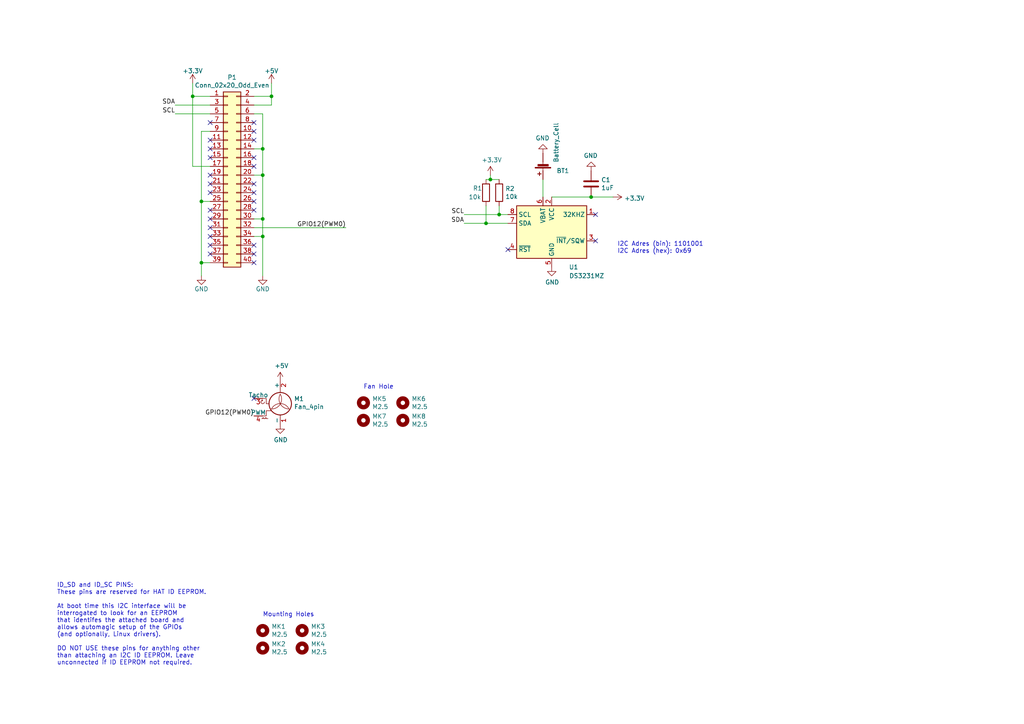
<source format=kicad_sch>
(kicad_sch (version 20230121) (generator eeschema)
  (paper "A4")
  (title_block (date "2020-10-30") (rev "1"))
  (lib_symbols
    (symbol "Connector_Generic:Conn_02x20_Odd_Even" (pin_names (offset 1.016) hide)
      (property "Reference" "J" (at 1.27 25.4 0))
      (property "Value" "Conn_02x20_Odd_Even" (at 1.27 -27.94 0))
      (symbol "Conn_02x20_Odd_Even_1_1"
        (rectangle (start -1.27 -25.273) (end 0 -25.527) (stroke (width 0.1524)))
        (rectangle (start -1.27 -22.733) (end 0 -22.987) (stroke (width 0.1524)))
        (rectangle (start -1.27 -20.193) (end 0 -20.447) (stroke (width 0.1524)))
        (rectangle (start -1.27 -17.653) (end 0 -17.907) (stroke (width 0.1524)))
        (rectangle (start -1.27 -15.113) (end 0 -15.367) (stroke (width 0.1524)))
        (rectangle (start -1.27 -12.573) (end 0 -12.827) (stroke (width 0.1524)))
        (rectangle (start -1.27 -10.033) (end 0 -10.287) (stroke (width 0.1524)))
        (rectangle (start -1.27 -7.493) (end 0 -7.747) (stroke (width 0.1524)))
        (rectangle (start -1.27 -4.953) (end 0 -5.207) (stroke (width 0.1524)))
        (rectangle (start -1.27 -2.413) (end 0 -2.667) (stroke (width 0.1524)))
        (rectangle (start -1.27 0.127) (end 0 -0.127) (stroke (width 0.1524)))
        (rectangle (start -1.27 2.667) (end 0 2.413) (stroke (width 0.1524)))
        (rectangle (start -1.27 5.207) (end 0 4.953) (stroke (width 0.1524)))
        (rectangle (start -1.27 7.747) (end 0 7.493) (stroke (width 0.1524)))
        (rectangle (start -1.27 10.287) (end 0 10.033) (stroke (width 0.1524)))
        (rectangle (start -1.27 12.827) (end 0 12.573) (stroke (width 0.1524)))
        (rectangle (start -1.27 15.367) (end 0 15.113) (stroke (width 0.1524)))
        (rectangle (start -1.27 17.907) (end 0 17.653) (stroke (width 0.1524)))
        (rectangle (start -1.27 20.447) (end 0 20.193) (stroke (width 0.1524)))
        (rectangle (start -1.27 22.987) (end 0 22.733) (stroke (width 0.1524)))
        (rectangle (start -1.27 24.13) (end 3.81 -26.67) (stroke (width 0.254)) (fill (type background)))
        (rectangle (start 3.81 -25.273) (end 2.54 -25.527) (stroke (width 0.1524)))
        (rectangle (start 3.81 -22.733) (end 2.54 -22.987) (stroke (width 0.1524)))
        (rectangle (start 3.81 -20.193) (end 2.54 -20.447) (stroke (width 0.1524)))
        (rectangle (start 3.81 -17.653) (end 2.54 -17.907) (stroke (width 0.1524)))
        (rectangle (start 3.81 -15.113) (end 2.54 -15.367) (stroke (width 0.1524)))
        (rectangle (start 3.81 -12.573) (end 2.54 -12.827) (stroke (width 0.1524)))
        (rectangle (start 3.81 -10.033) (end 2.54 -10.287) (stroke (width 0.1524)))
        (rectangle (start 3.81 -7.493) (end 2.54 -7.747) (stroke (width 0.1524)))
        (rectangle (start 3.81 -4.953) (end 2.54 -5.207) (stroke (width 0.1524)))
        (rectangle (start 3.81 -2.413) (end 2.54 -2.667) (stroke (width 0.1524)))
        (rectangle (start 3.81 0.127) (end 2.54 -0.127) (stroke (width 0.1524)))
        (rectangle (start 3.81 2.667) (end 2.54 2.413) (stroke (width 0.1524)))
        (rectangle (start 3.81 5.207) (end 2.54 4.953) (stroke (width 0.1524)))
        (rectangle (start 3.81 7.747) (end 2.54 7.493) (stroke (width 0.1524)))
        (rectangle (start 3.81 10.287) (end 2.54 10.033) (stroke (width 0.1524)))
        (rectangle (start 3.81 12.827) (end 2.54 12.573) (stroke (width 0.1524)))
        (rectangle (start 3.81 15.367) (end 2.54 15.113) (stroke (width 0.1524)))
        (rectangle (start 3.81 17.907) (end 2.54 17.653) (stroke (width 0.1524)))
        (rectangle (start 3.81 20.447) (end 2.54 20.193) (stroke (width 0.1524)))
        (rectangle (start 3.81 22.987) (end 2.54 22.733) (stroke (width 0.1524)))
        (pin passive line (at -5.08 22.86 0) (length 3.81) (name "Pin_1") (number "1"))
        (pin passive line (at 7.62 12.7 180) (length 3.81) (name "Pin_10") (number "10"))
        (pin passive line (at -5.08 10.16 0) (length 3.81) (name "Pin_11") (number "11"))
        (pin passive line (at 7.62 10.16 180) (length 3.81) (name "Pin_12") (number "12"))
        (pin passive line (at -5.08 7.62 0) (length 3.81) (name "Pin_13") (number "13"))
        (pin passive line (at 7.62 7.62 180) (length 3.81) (name "Pin_14") (number "14"))
        (pin passive line (at -5.08 5.08 0) (length 3.81) (name "Pin_15") (number "15"))
        (pin passive line (at 7.62 5.08 180) (length 3.81) (name "Pin_16") (number "16"))
        (pin passive line (at -5.08 2.54 0) (length 3.81) (name "Pin_17") (number "17"))
        (pin passive line (at 7.62 2.54 180) (length 3.81) (name "Pin_18") (number "18"))
        (pin passive line (at -5.08 0 0) (length 3.81) (name "Pin_19") (number "19"))
        (pin passive line (at 7.62 22.86 180) (length 3.81) (name "Pin_2") (number "2"))
        (pin passive line (at 7.62 0 180) (length 3.81) (name "Pin_20") (number "20"))
        (pin passive line (at -5.08 -2.54 0) (length 3.81) (name "Pin_21") (number "21"))
        (pin passive line (at 7.62 -2.54 180) (length 3.81) (name "Pin_22") (number "22"))
        (pin passive line (at -5.08 -5.08 0) (length 3.81) (name "Pin_23") (number "23"))
        (pin passive line (at 7.62 -5.08 180) (length 3.81) (name "Pin_24") (number "24"))
        (pin passive line (at -5.08 -7.62 0) (length 3.81) (name "Pin_25") (number "25"))
        (pin passive line (at 7.62 -7.62 180) (length 3.81) (name "Pin_26") (number "26"))
        (pin passive line (at -5.08 -10.16 0) (length 3.81) (name "Pin_27") (number "27"))
        (pin passive line (at 7.62 -10.16 180) (length 3.81) (name "Pin_28") (number "28"))
        (pin passive line (at -5.08 -12.7 0) (length 3.81) (name "Pin_29") (number "29"))
        (pin passive line (at -5.08 20.32 0) (length 3.81) (name "Pin_3") (number "3"))
        (pin passive line (at 7.62 -12.7 180) (length 3.81) (name "Pin_30") (number "30"))
        (pin passive line (at -5.08 -15.24 0) (length 3.81) (name "Pin_31") (number "31"))
        (pin passive line (at 7.62 -15.24 180) (length 3.81) (name "Pin_32") (number "32"))
        (pin passive line (at -5.08 -17.78 0) (length 3.81) (name "Pin_33") (number "33"))
        (pin passive line (at 7.62 -17.78 180) (length 3.81) (name "Pin_34") (number "34"))
        (pin passive line (at -5.08 -20.32 0) (length 3.81) (name "Pin_35") (number "35"))
        (pin passive line (at 7.62 -20.32 180) (length 3.81) (name "Pin_36") (number "36"))
        (pin passive line (at -5.08 -22.86 0) (length 3.81) (name "Pin_37") (number "37"))
        (pin passive line (at 7.62 -22.86 180) (length 3.81) (name "Pin_38") (number "38"))
        (pin passive line (at -5.08 -25.4 0) (length 3.81) (name "Pin_39") (number "39"))
        (pin passive line (at 7.62 20.32 180) (length 3.81) (name "Pin_4") (number "4"))
        (pin passive line (at 7.62 -25.4 180) (length 3.81) (name "Pin_40") (number "40"))
        (pin passive line (at -5.08 17.78 0) (length 3.81) (name "Pin_5") (number "5"))
        (pin passive line (at 7.62 17.78 180) (length 3.81) (name "Pin_6") (number "6"))
        (pin passive line (at -5.08 15.24 0) (length 3.81) (name "Pin_7") (number "7"))
        (pin passive line (at 7.62 15.24 180) (length 3.81) (name "Pin_8") (number "8"))
        (pin passive line (at -5.08 12.7 0) (length 3.81) (name "Pin_9") (number "9"))
      )
    )
    (symbol "Device:Battery_Cell" (pin_numbers hide) (pin_names (offset 0) hide)
      (property "Reference" "BT" (at 2.54 2.54 0))
      (property "Value" "Battery_Cell" (at 2.54 0 0))
      (symbol "Battery_Cell_0_1"
        (rectangle (start -2.286 1.778) (end 2.286 1.524) (fill (type outline)))
        (rectangle (start -1.5748 1.1938) (end 1.4732 0.6858) (fill (type outline)))
        (polyline (pts (xy 0 0.762) (xy 0 0)))
        (polyline (pts (xy 0 1.778) (xy 0 2.54)))
        (polyline (pts (xy 0.508 3.429) (xy 1.524 3.429)) (stroke (width 0.254)))
        (polyline (pts (xy 1.016 3.937) (xy 1.016 2.921)) (stroke (width 0.254)))
      )
      (symbol "Battery_Cell_1_1"
        (pin passive line (at 0 5.08 270) (length 2.54) (name "+") (number "1"))
        (pin passive line (at 0 -2.54 90) (length 2.54) (name "-") (number "2"))
      )
    )
    (symbol "Device:C" (pin_numbers hide) (pin_names (offset 0.254))
      (property "Reference" "C" (at 0.635 2.54 0))
      (property "Value" "C" (at 0.635 -2.54 0))
      (symbol "C_0_1"
        (polyline (pts (xy -2.032 -0.762) (xy 2.032 -0.762)) (stroke (width 0.508)))
        (polyline (pts (xy -2.032 0.762) (xy 2.032 0.762)) (stroke (width 0.508)))
      )
      (symbol "C_1_1"
        (pin passive line (at 0 3.81 270) (length 2.794) (name "~") (number "1"))
        (pin passive line (at 0 -3.81 90) (length 2.794) (name "~") (number "2"))
      )
    )
    (symbol "Device:R" (pin_numbers hide) (pin_names (offset 0))
      (property "Reference" "R" (at 2.032 0 90))
      (property "Value" "R" (at 0 0 90))
      (symbol "R_0_1"
        (rectangle (start -1.016 -2.54) (end 1.016 2.54) (stroke (width 0.254)))
      )
      (symbol "R_1_1"
        (pin passive line (at 0 3.81 270) (length 1.27) (name "~") (number "1"))
        (pin passive line (at 0 -3.81 90) (length 1.27) (name "~") (number "2"))
      )
    )
    (symbol "Motor:Fan_4pin" (pin_names (offset 0))
      (property "Reference" "M" (at 2.54 5.08 0))
      (property "Value" "Fan_4pin" (at 2.54 -2.54 0))
      (symbol "Fan_4pin_0_0"
        (arc (start -5.588 1.524) (mid -5.08 1.0182) (end -4.572 1.524))
        (arc (start -5.08 2.032) (mid -5.4392 1.8832) (end -5.588 1.524))
        (polyline (pts (xy -5.08 2.032) (xy -5.334 2.159)))
        (polyline (pts (xy -5.08 2.032) (xy -5.207 1.778)))
        (polyline (pts (xy -4.064 2.54) (xy -4.064 1.016) (xy -3.302 1.016)))
      )
      (symbol "Fan_4pin_0_1"
        (arc (start -2.54 -0.508) (mid 0.0028 0.9121) (end 0 3.81))
        (polyline (pts (xy -4.064 2.54) (xy -5.08 2.54)))
        (polyline (pts (xy 0 -5.08) (xy 0 -4.572)))
        (polyline (pts (xy 0 -2.2352) (xy 0 -2.6416)))
        (polyline (pts (xy 0 4.2672) (xy 0 4.6228)))
        (polyline (pts (xy 0 4.572) (xy 0 5.08)))
        (polyline (pts (xy -2.54 -1.016) (xy -4.064 -1.016) (xy -4.064 -2.54) (xy -5.08 -2.54)))
        (polyline (pts (xy -5.334 -3.302) (xy -5.08 -3.302) (xy -5.08 -3.048) (xy -4.826 -3.048) (xy -4.826 -3.302) (xy -4.318 -3.302) (xy -4.318 -3.048) (xy -4.064 -3.048) (xy -4.064 -3.302) (xy -3.556 -3.302)))
        (circle (center 0 1.016) (radius 3.2512) (stroke (width 0.254)))
        (arc (start 0 3.81) (mid 0.053 0.921) (end 2.54 -0.508))
        (arc (start 2.54 -0.508) (mid 0 1.0618) (end -2.54 -0.508))
      )
      (symbol "Fan_4pin_1_1"
        (pin passive line (at 0 -5.08 90) (length 2.54) (name "-") (number "1"))
        (pin passive line (at 0 7.62 270) (length 2.54) (name "+") (number "2"))
        (pin passive line (at -7.62 2.54 0) (length 2.54) (name "Tacho") (number "3"))
        (pin input line (at -7.62 -2.54 0) (length 2.54) (name "PWM") (number "4"))
      )
    )
    (symbol "Timer_RTC:DS3231MZ"
      (property "Reference" "U" (at -7.62 8.89 0))
      (property "Value" "DS3231MZ" (at 11.43 8.89 0))
      (symbol "DS3231MZ_0_1"
        (rectangle (start -10.16 7.62) (end 10.16 -7.62) (stroke (width 0.254)) (fill (type background)))
      )
      (symbol "DS3231MZ_1_1"
        (pin open_collector line (at 12.7 5.08 180) (length 2.54) (name "32KHZ") (number "1"))
        (pin power_in line (at 0 10.16 270) (length 2.54) (name "VCC") (number "2"))
        (pin open_collector line (at 12.7 -2.54 180) (length 2.54) (name "~{INT}/SQW") (number "3"))
        (pin bidirectional line (at -12.7 -5.08 0) (length 2.54) (name "~{RST}") (number "4"))
        (pin power_in line (at 0 -10.16 90) (length 2.54) (name "GND") (number "5"))
        (pin power_in line (at -2.54 10.16 270) (length 2.54) (name "VBAT") (number "6"))
        (pin bidirectional line (at -12.7 2.54 0) (length 2.54) (name "SDA") (number "7"))
        (pin input line (at -12.7 5.08 0) (length 2.54) (name "SCL") (number "8"))
      )
    )
    (symbol "base_hat-rescue:Mounting_Hole-Mechanical-alim_hate-rescue" (pin_names (offset 1.016))
      (property "Reference" "MK" (at 0 5.08 0))
      (property "Value" "Mounting_Hole-Mechanical-alim_hate-rescue" (at 0 3.175 0))
      (symbol "Mounting_Hole-Mechanical-alim_hate-rescue_0_1"
        (circle (center 0 0) (radius 1.27) (stroke (width 1.27)))
      )
    )
    (symbol "power:+3.3V" (power) (pin_names (offset 0))
      (property "Value" "+3.3V" (at 0 3.556 0))
      (symbol "+3.3V_0_1"
        (polyline (pts (xy -0.762 1.27) (xy 0 2.54)))
        (polyline (pts (xy 0 0) (xy 0 2.54)))
        (polyline (pts (xy 0 2.54) (xy 0.762 1.27)))
      )
      (symbol "+3.3V_1_1"
        (pin power_in line (at 0 0 90) (length 0) hide (name "+3.3V") (number "1"))
      )
    )
    (symbol "power:+5V" (power) (pin_names (offset 0))
      (property "Value" "+5V" (at 0 3.556 0))
      (symbol "+5V_0_1"
        (polyline (pts (xy -0.762 1.27) (xy 0 2.54)))
        (polyline (pts (xy 0 0) (xy 0 2.54)))
        (polyline (pts (xy 0 2.54) (xy 0.762 1.27)))
      )
      (symbol "+5V_1_1"
        (pin power_in line (at 0 0 90) (length 0) hide (name "+5V") (number "1"))
      )
    )
    (symbol "power:GND" (power) (pin_names (offset 0))
      (property "Value" "GND" (at 0 -3.81 0))
      (symbol "GND_0_1"
        (polyline (pts (xy 0 0) (xy 0 -1.27) (xy 1.27 -1.27) (xy 0 -2.54) (xy -1.27 -1.27) (xy 0 -1.27)))
      )
      (symbol "GND_1_1"
        (pin power_in line (at 0 0 270) (length 0) hide (name "GND") (number "1"))
      )
    )
  )
  (junction (at 58.42 58.42))
  (junction (at 140.97 64.77))
  (junction (at 76.2 63.5))
  (junction (at 171.45 57.15))
  (junction (at 78.74 27.94))
  (junction (at 55.88 27.94))
  (junction (at 142.24 52.07))
  (junction (at 144.78 62.23))
  (junction (at 76.2 43.18))
  (junction (at 76.2 68.58))
  (junction (at 76.2 50.8))
  (junction (at 58.42 76.2))
  (no_connect (at 60.96 73.66))
  (no_connect (at 73.66 115.57))
  (no_connect (at 60.96 68.58))
  (no_connect (at 147.32 72.39))
  (no_connect (at 73.66 48.26))
  (no_connect (at 73.66 73.66))
  (no_connect (at 60.96 63.5))
  (no_connect (at 60.96 60.96))
  (no_connect (at 60.96 43.18))
  (no_connect (at 172.72 69.85))
  (no_connect (at 60.96 55.88))
  (no_connect (at 73.66 76.2))
  (no_connect (at 73.66 45.72))
  (no_connect (at 73.66 58.42))
  (no_connect (at 60.96 53.34))
  (no_connect (at 73.66 60.96))
  (no_connect (at 60.96 35.56))
  (no_connect (at 60.96 50.8))
  (no_connect (at 60.96 40.64))
  (no_connect (at 60.96 66.04))
  (no_connect (at 73.66 71.12))
  (no_connect (at 60.96 71.12))
  (no_connect (at 172.72 62.23))
  (no_connect (at 60.96 45.72))
  (no_connect (at 73.66 35.56))
  (no_connect (at 73.66 40.64))
  (no_connect (at 73.66 38.1))
  (no_connect (at 73.66 53.34))
  (no_connect (at 73.66 55.88))
  (wire (pts (xy 144.78 62.23) (xy 134.62 62.23)))
  (wire (pts (xy 140.97 52.07) (xy 142.24 52.07)))
  (wire (pts (xy 144.78 62.23) (xy 144.78 59.69)))
  (wire (pts (xy 58.42 38.1) (xy 60.96 38.1)))
  (wire (pts (xy 140.97 64.77) (xy 134.62 64.77)))
  (wire (pts (xy 76.2 68.58) (xy 73.66 68.58)))
  (wire (pts (xy 160.02 57.15) (xy 171.45 57.15)))
  (wire (pts (xy 73.66 66.04) (xy 100.33 66.04)))
  (wire (pts (xy 76.2 33.02) (xy 76.2 43.18)))
  (wire (pts (xy 140.97 64.77) (xy 140.97 59.69)))
  (wire (pts (xy 144.78 52.07) (xy 142.24 52.07)))
  (wire (pts (xy 78.74 27.94) (xy 78.74 30.48)))
  (wire (pts (xy 55.88 24.13) (xy 55.88 27.94)))
  (wire (pts (xy 147.32 64.77) (xy 140.97 64.77)))
  (wire (pts (xy 76.2 50.8) (xy 76.2 63.5)))
  (wire (pts (xy 50.8 33.02) (xy 60.96 33.02)))
  (wire (pts (xy 58.42 76.2) (xy 58.42 80.01)))
  (wire (pts (xy 58.42 58.42) (xy 60.96 58.42)))
  (wire (pts (xy 78.74 27.94) (xy 73.66 27.94)))
  (wire (pts (xy 58.42 58.42) (xy 58.42 76.2)))
  (wire (pts (xy 55.88 48.26) (xy 60.96 48.26)))
  (wire (pts (xy 76.2 50.8) (xy 73.66 50.8)))
  (wire (pts (xy 78.74 30.48) (xy 73.66 30.48)))
  (wire (pts (xy 76.2 43.18) (xy 73.66 43.18)))
  (wire (pts (xy 171.45 57.15) (xy 177.8 57.15)))
  (wire (pts (xy 60.96 30.48) (xy 50.8 30.48)))
  (wire (pts (xy 76.2 68.58) (xy 76.2 80.01)))
  (wire (pts (xy 76.2 63.5) (xy 73.66 63.5)))
  (wire (pts (xy 76.2 33.02) (xy 73.66 33.02)))
  (wire (pts (xy 157.48 57.15) (xy 157.48 52.07)))
  (wire (pts (xy 58.42 38.1) (xy 58.42 58.42)))
  (wire (pts (xy 78.74 24.13) (xy 78.74 27.94)))
  (wire (pts (xy 76.2 63.5) (xy 76.2 68.58)))
  (wire (pts (xy 58.42 76.2) (xy 60.96 76.2)))
  (wire (pts (xy 55.88 27.94) (xy 60.96 27.94)))
  (wire (pts (xy 55.88 27.94) (xy 55.88 48.26)))
  (wire (pts (xy 142.24 52.07) (xy 142.24 50.8)))
  (wire (pts (xy 76.2 43.18) (xy 76.2 50.8)))
  (wire (pts (xy 147.32 62.23) (xy 144.78 62.23)))
  (text "ID_SD and ID_SC PINS:\nThese pins are reserved for HAT ID EEPROM.\n\nAt boot time this I2C interface will be\ninterrogated to look for an EEPROM\nthat identifes the attached board and\nallows automagic setup of the GPIOs\n(and optionally, Linux drivers).\n\nDO NOT USE these pins for anything other\nthan attaching an I2C ID EEPROM. Leave\nunconnected if ID EEPROM not required." (at 16.51 193.04 0) (effects (font (size 1.27 1.27)) (justify left bottom)))
  (text "Fan Hole" (at 105.41 113.03 0) (effects (font (size 1.27 1.27)) (justify left bottom)))
  (text "Mounting Holes" (at 76.2 179.07 0) (effects (font (size 1.27 1.27)) (justify left bottom)))
  (text "I2C Adres (bin): 1101001\nI2C Adres (hex): 0x69" (at 179.07 73.66 0) (effects (font (size 1.27 1.27)) (justify left bottom)))
  (label "GPIO12(PWM0)" (at 100.33 66.04 180))
  (label "SDA" (at 134.62 64.77 180))
  (label "SCL" (at 134.62 62.23 180))
  (label "SDA" (at 50.8 30.48 180))
  (label "SCL" (at 50.8 33.02 180))
  (label "GPIO12(PWM0)" (at 73.66 120.65 180))
  (symbol (lib_id "power:+5V") (at 78.74 24.13 0) (unit 1)
    (property "Reference" "#PWR04" (effects hide))
    (property "Value" "+5V" (at 78.74 20.574 0))
  )
  (symbol (lib_id "power:+3.3V") (at 55.88 24.13 0) (unit 1)
    (property "Reference" "#PWR01" (effects hide))
    (property "Value" "+3.3V" (at 55.88 20.574 0))
  )
  (symbol (lib_id "power:GND") (at 76.2 80.01 0) (unit 1)
    (property "Reference" "#PWR03" (effects hide))
    (property "Value" "GND" (at 76.2 83.82 0))
  )
  (symbol (lib_id "power:GND") (at 58.42 80.01 0) (unit 1)
    (property "Reference" "#PWR02" (effects hide))
    (property "Value" "GND" (at 58.42 83.82 0))
  )
  (symbol (lib_id "base_hat-rescue:Mounting_Hole-Mechanical-alim_hate-rescue") (at 76.2 182.88 0) (unit 1)
    (property "Reference" "MK1" (at 78.74 181.7116 0) (effects (justify left)))
    (property "Value" "M2.5" (at 78.74 184.023 0) (effects (justify left)))
    (property "Footprint" "MountingHole:MountingHole_2.7mm_M2.5" (effects hide))
  )
  (symbol (lib_id "base_hat-rescue:Mounting_Hole-Mechanical-alim_hate-rescue") (at 87.63 182.88 0) (unit 1)
    (property "Reference" "MK3" (at 90.17 181.7116 0) (effects (justify left)))
    (property "Value" "M2.5" (at 90.17 184.023 0) (effects (justify left)))
    (property "Footprint" "MountingHole:MountingHole_2.7mm_M2.5" (effects hide))
  )
  (symbol (lib_id "base_hat-rescue:Mounting_Hole-Mechanical-alim_hate-rescue") (at 76.2 187.96 0) (unit 1)
    (property "Reference" "MK2" (at 78.74 186.7916 0) (effects (justify left)))
    (property "Value" "M2.5" (at 78.74 189.103 0) (effects (justify left)))
    (property "Footprint" "MountingHole:MountingHole_2.7mm_M2.5" (effects hide))
  )
  (symbol (lib_id "base_hat-rescue:Mounting_Hole-Mechanical-alim_hate-rescue") (at 87.63 187.96 0) (unit 1)
    (property "Reference" "MK4" (at 90.17 186.7916 0) (effects (justify left)))
    (property "Value" "M2.5" (at 90.17 189.103 0) (effects (justify left)))
    (property "Footprint" "MountingHole:MountingHole_2.7mm_M2.5" (effects hide))
  )
  (symbol (lib_id "Connector_Generic:Conn_02x20_Odd_Even") (at 66.04 50.8 0) (unit 1)
    (property "Reference" "P1" (at 67.31 22.4282 0))
    (property "Value" "Conn_02x20_Odd_Even" (at 67.31 24.7396 0))
    (property "Footprint" "Connector_PinSocket_2.54mm:PinSocket_2x20_P2.54mm_Vertical" (effects hide))
    (property "Manufacturer" "BOOMELE" (effects hide))
    (property "MF Part" "C35165" (effects hide))
    (property "LCSC Part" "C35165" (effects hide))
    (property "Package" "Through Hole" (effects hide))
  )
  (symbol (lib_id "Motor:Fan_4pin") (at 81.28 118.11 0) (unit 1)
    (property "Reference" "M1" (at 85.2932 115.6716 0) (effects (justify left)))
    (property "Value" "Fan_4pin" (at 85.2932 117.983 0) (effects (justify left)))
    (property "Footprint" "Connector_PinHeader_2.54mm:PinHeader_1x04_P2.54mm_Vertical" (effects hide))
    (property "Manufacturer" "TE Connectivity" (effects hide))
    (property "MF Part" "640456-4" (effects hide))
    (property "LCSC Part" "C86504" (effects hide))
    (property "Package" "Through Hole" (effects hide))
  )
  (symbol (lib_id "power:+5V") (at 81.28 110.49 0) (unit 1)
    (property "Reference" "#PWR05" (effects hide))
    (property "Value" "+5V" (at 81.661 106.0958 0))
  )
  (symbol (lib_id "power:GND") (at 81.28 123.19 0) (unit 1)
    (property "Reference" "#PWR06" (effects hide))
    (property "Value" "GND" (at 81.407 127.5842 0))
  )
  (symbol (lib_id "base_hat-rescue:Mounting_Hole-Mechanical-alim_hate-rescue") (at 116.84 121.92 0) (unit 1)
    (property "Reference" "MK8" (at 119.38 120.7516 0) (effects (justify left)))
    (property "Value" "M2.5" (at 119.38 123.063 0) (effects (justify left)))
    (property "Footprint" "MountingHole:MountingHole_2.7mm_M2.5" (effects hide))
  )
  (symbol (lib_id "base_hat-rescue:Mounting_Hole-Mechanical-alim_hate-rescue") (at 105.41 121.92 0) (unit 1)
    (property "Reference" "MK7" (at 107.95 120.7516 0) (effects (justify left)))
    (property "Value" "M2.5" (at 107.95 123.063 0) (effects (justify left)))
    (property "Footprint" "MountingHole:MountingHole_2.7mm_M2.5" (effects hide))
  )
  (symbol (lib_id "base_hat-rescue:Mounting_Hole-Mechanical-alim_hate-rescue") (at 116.84 116.84 0) (unit 1)
    (property "Reference" "MK6" (at 119.38 115.6716 0) (effects (justify left)))
    (property "Value" "M2.5" (at 119.38 117.983 0) (effects (justify left)))
    (property "Footprint" "MountingHole:MountingHole_2.7mm_M2.5" (effects hide))
  )
  (symbol (lib_id "base_hat-rescue:Mounting_Hole-Mechanical-alim_hate-rescue") (at 105.41 116.84 0) (unit 1)
    (property "Reference" "MK5" (at 107.95 115.6716 0) (effects (justify left)))
    (property "Value" "M2.5" (at 107.95 117.983 0) (effects (justify left)))
    (property "Footprint" "MountingHole:MountingHole_2.7mm_M2.5" (effects hide))
  )
  (symbol (lib_id "Timer_RTC:DS3231MZ") (at 160.02 67.31 0) (unit 1)
    (property "Reference" "U1" (at 166.37 77.47 0))
    (property "Value" "DS3231MZ" (at 170.18 80.01 0))
    (property "Footprint" "Package_SO:SOIC-8_3.9x4.9mm_P1.27mm" (effects hide))
    (property "Manufacturer" "Maxim Integrated" (effects hide))
    (property "MF Part" "DS3231MZ+TRL" (effects hide))
    (property "LCSC" "C107410" (effects hide))
    (property "Package" "SOIC-8_150mil" (effects hide))
    (property "MPN" "DS3231MZ+TRL" (effects hide))
  )
  (symbol (lib_id "Device:Battery_Cell") (at 157.48 46.99 180) (unit 1)
    (property "Reference" "BT1" (at 165.1 49.53 0) (effects (justify left)))
    (property "Value" "Battery_Cell" (at 161.29 35.56 90) (effects (justify left)))
    (property "Footprint" "Battery:BatteryHolder_Keystone_1060_1x2032" (effects hide))
    (property "Manufacturer" "Q&J" (effects hide))
    (property "MF Part" "CR2032-BS-6-1" (effects hide))
    (property "LCSC Part" "C70377" (effects hide))
    (property "Package" "SMD" (effects hide))
  )
  (symbol (lib_id "power:GND") (at 157.48 44.45 180) (unit 1)
    (property "Reference" "#PWR08" (effects hide))
    (property "Value" "GND" (at 157.353 40.0558 0))
  )
  (symbol (lib_id "power:+3.3V") (at 177.8 57.15 270) (unit 1)
    (property "Reference" "#PWR011" (effects hide))
    (property "Value" "+3.3V" (at 181.0512 57.531 90) (effects (justify left)))
  )
  (symbol (lib_id "Device:R") (at 144.78 55.88 0) (unit 1)
    (property "Reference" "R2" (at 146.558 54.7116 0) (effects (justify left)))
    (property "Value" "10k" (at 146.558 57.023 0) (effects (justify left)))
    (property "Footprint" "Resistor_SMD:R_0805_2012Metric" (effects hide))
    (property "Manufacturer" "YAGEO" (effects hide))
    (property "MF Part" "RT0805DRD0710KL" (effects hide))
    (property "LCSC" "C17414" (effects hide))
    (property "Package" "0805" (effects hide))
    (property "MPN" "RT0805DRD0710KL" (effects hide))
  )
  (symbol (lib_id "Device:R") (at 140.97 55.88 0) (unit 1)
    (property "Reference" "R1" (at 137.16 54.61 0) (effects (justify left)))
    (property "Value" "10k" (at 135.89 57.15 0) (effects (justify left)))
    (property "Footprint" "Resistor_SMD:R_0805_2012Metric" (effects hide))
    (property "Manufacturer" "YAGEO" (effects hide))
    (property "MF Part" "RT0805DRD0710KL" (effects hide))
    (property "LCSC" "C17414" (effects hide))
    (property "Package" "0805" (effects hide))
    (property "MPN" "RT0805DRD0710KL" (effects hide))
  )
  (symbol (lib_id "power:+3.3V") (at 142.24 50.8 0) (unit 1)
    (property "Reference" "#PWR07" (effects hide))
    (property "Value" "+3.3V" (at 142.621 46.4058 0))
  )
  (symbol (lib_id "power:GND") (at 160.02 77.47 0) (unit 1)
    (property "Reference" "#PWR09" (effects hide))
    (property "Value" "GND" (at 160.147 81.8642 0))
  )
  (symbol (lib_id "Device:C") (at 171.45 53.34 0) (unit 1)
    (property "Reference" "C1" (at 174.371 52.1716 0) (effects (justify left)))
    (property "Value" "1uF" (at 174.371 54.483 0) (effects (justify left)))
    (property "Footprint" "Capacitor_SMD:C_0805_2012Metric" (effects hide))
    (property "Manufacturer" "AVX" (effects hide))
    (property "MF Part" "0805ZC105KAT2A" (effects hide))
    (property "LCSC" "C179466" (effects hide))
    (property "Package" "0805" (effects hide))
    (property "MPN" "0805ZC105KAT2A" (effects hide))
  )
  (symbol (lib_id "power:GND") (at 171.45 49.53 180) (unit 1)
    (property "Reference" "#PWR010" (effects hide))
    (property "Value" "GND" (at 171.323 45.1358 0))
  )
)
</source>
